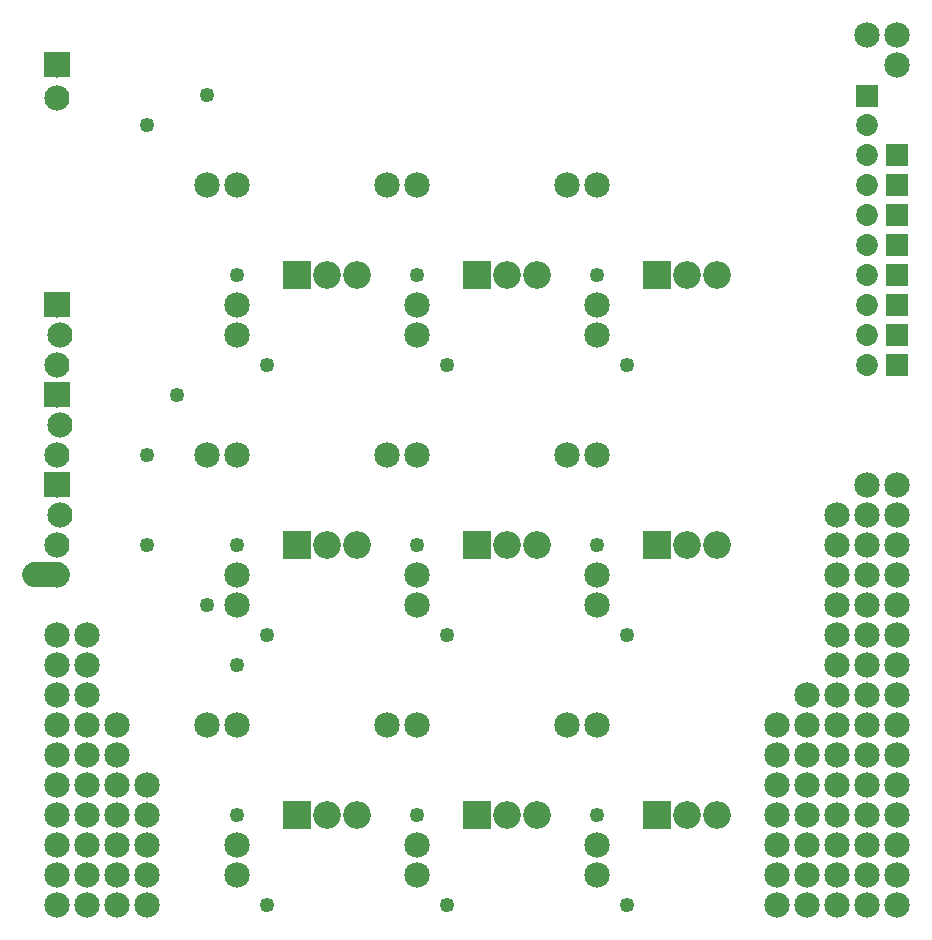
<source format=gbs>
G04 MADE WITH FRITZING*
G04 WWW.FRITZING.ORG*
G04 DOUBLE SIDED*
G04 HOLES PLATED*
G04 CONTOUR ON CENTER OF CONTOUR VECTOR*
%ASAXBY*%
%FSLAX23Y23*%
%MOIN*%
%OFA0B0*%
%SFA1.0B1.0*%
%ADD10C,0.085000*%
%ADD11C,0.072992*%
%ADD12C,0.049370*%
%ADD13C,0.084000*%
%ADD14C,0.092000*%
%ADD15C,0.084803*%
%ADD16R,0.072992X0.072992*%
%ADD17R,0.092000X0.092000*%
%ADD18R,0.001000X0.001000*%
%LNMASK0*%
G90*
G70*
G54D10*
X1298Y752D03*
X1398Y752D03*
X1298Y2552D03*
X1398Y2552D03*
X1298Y1652D03*
X1398Y1652D03*
X1898Y1652D03*
X1998Y1652D03*
X1898Y752D03*
X1998Y752D03*
X1898Y2552D03*
X1998Y2552D03*
X698Y2552D03*
X798Y2552D03*
X698Y752D03*
X798Y752D03*
X698Y1652D03*
X798Y1652D03*
X1998Y2152D03*
X1998Y2052D03*
X1998Y1252D03*
X1998Y1152D03*
X1998Y352D03*
X1998Y252D03*
X798Y2152D03*
X798Y2052D03*
X798Y1252D03*
X798Y1152D03*
X798Y352D03*
X798Y252D03*
X1398Y2152D03*
X1398Y2052D03*
X1398Y1252D03*
X1398Y1152D03*
X1398Y352D03*
X1398Y252D03*
G54D11*
X2996Y2651D03*
X2898Y2651D03*
X2996Y2051D03*
X2898Y2051D03*
X2996Y2351D03*
X2898Y2351D03*
X2898Y2849D03*
X2898Y2751D03*
X2996Y2151D03*
X2898Y2151D03*
X2996Y2451D03*
X2898Y2451D03*
X2996Y2551D03*
X2898Y2551D03*
X2996Y2251D03*
X2898Y2251D03*
X2996Y1951D03*
X2898Y1951D03*
G54D12*
X198Y2152D03*
G54D13*
X198Y2152D03*
X208Y2052D03*
X198Y1952D03*
X198Y2152D03*
X208Y2052D03*
X198Y1952D03*
X198Y2152D03*
X208Y2052D03*
X198Y1952D03*
X198Y1552D03*
X208Y1452D03*
X198Y1352D03*
X198Y1552D03*
X208Y1452D03*
X198Y1352D03*
X198Y1552D03*
X208Y1452D03*
X198Y1352D03*
X198Y1252D03*
X198Y1252D03*
X198Y1252D03*
X198Y1852D03*
X208Y1752D03*
X198Y1652D03*
X198Y1852D03*
X208Y1752D03*
X198Y1652D03*
X198Y1852D03*
X208Y1752D03*
X198Y1652D03*
X198Y2952D03*
X198Y2842D03*
X198Y2952D03*
X198Y2842D03*
X198Y2952D03*
X198Y2842D03*
G54D14*
X998Y2252D03*
X1098Y2252D03*
X1198Y2252D03*
X998Y1352D03*
X1098Y1352D03*
X1198Y1352D03*
X998Y452D03*
X1098Y452D03*
X1198Y452D03*
G54D12*
X798Y2252D03*
X898Y1952D03*
G54D14*
X2198Y2252D03*
X2298Y2252D03*
X2398Y2252D03*
X2198Y452D03*
X2298Y452D03*
X2398Y452D03*
X2198Y1352D03*
X2298Y1352D03*
X2398Y1352D03*
X1598Y2252D03*
X1698Y2252D03*
X1798Y2252D03*
X1598Y1352D03*
X1698Y1352D03*
X1798Y1352D03*
X1598Y452D03*
X1698Y452D03*
X1798Y452D03*
G54D12*
X498Y2752D03*
X698Y2852D03*
X1398Y2252D03*
X1498Y1952D03*
X1998Y2252D03*
X2098Y1952D03*
X798Y1352D03*
X498Y1652D03*
X598Y1852D03*
X1398Y1352D03*
X1998Y1352D03*
X898Y1052D03*
X1498Y1052D03*
X2098Y1052D03*
X698Y1152D03*
X498Y1352D03*
X798Y452D03*
X1398Y452D03*
X1998Y452D03*
X2098Y152D03*
X1498Y152D03*
X898Y152D03*
X798Y952D03*
G54D15*
X2698Y252D03*
X2698Y652D03*
X2598Y252D03*
X2598Y352D03*
X2598Y152D03*
X2698Y152D03*
X2698Y552D03*
X2698Y352D03*
X2698Y752D03*
X2598Y452D03*
X2698Y452D03*
X2698Y852D03*
X2798Y252D03*
X2798Y652D03*
X198Y652D03*
X198Y252D03*
X198Y952D03*
X2798Y1352D03*
X2798Y952D03*
X2798Y152D03*
X198Y552D03*
X198Y152D03*
X198Y852D03*
X2798Y1252D03*
X2798Y552D03*
X2898Y152D03*
X298Y852D03*
X298Y152D03*
X298Y552D03*
X2898Y1252D03*
X2898Y552D03*
X2998Y152D03*
X498Y552D03*
X2598Y552D03*
X498Y152D03*
X398Y152D03*
X398Y552D03*
X2998Y1252D03*
X2998Y552D03*
X2898Y252D03*
X298Y652D03*
X298Y252D03*
X298Y952D03*
X2898Y652D03*
X2898Y1352D03*
X2898Y952D03*
X2998Y252D03*
X398Y652D03*
X498Y252D03*
X398Y252D03*
X2998Y1352D03*
X2998Y952D03*
X2998Y652D03*
X2598Y652D03*
X2798Y352D03*
X198Y752D03*
X198Y352D03*
X198Y1052D03*
X2798Y752D03*
X2798Y1452D03*
X2798Y1052D03*
X2898Y352D03*
X298Y752D03*
X298Y1052D03*
X298Y352D03*
X2898Y1052D03*
X2898Y1452D03*
X2898Y752D03*
X2998Y352D03*
X498Y352D03*
X2598Y752D03*
X398Y352D03*
X398Y752D03*
X2998Y752D03*
X2998Y1052D03*
X2998Y2952D03*
X2998Y1452D03*
X2798Y452D03*
X2798Y1152D03*
X198Y452D03*
X2798Y852D03*
X2898Y452D03*
X298Y452D03*
X2898Y1552D03*
X2898Y3052D03*
X2898Y1152D03*
X2898Y852D03*
X2998Y452D03*
X398Y452D03*
X2998Y3052D03*
X2998Y1152D03*
X498Y452D03*
X2998Y852D03*
X2998Y1552D03*
G54D16*
X2996Y2651D03*
X2996Y2051D03*
X2996Y2351D03*
X2898Y2849D03*
X2996Y2151D03*
X2996Y2451D03*
X2996Y2551D03*
X2996Y2251D03*
X2996Y1951D03*
G54D17*
X998Y2252D03*
X998Y1352D03*
X998Y452D03*
X2198Y2252D03*
X2198Y452D03*
X2198Y1352D03*
X1598Y2252D03*
X1598Y1352D03*
X1598Y452D03*
G54D18*
X156Y2994D02*
X239Y2994D01*
X156Y2993D02*
X239Y2993D01*
X156Y2992D02*
X239Y2992D01*
X156Y2991D02*
X239Y2991D01*
X156Y2990D02*
X239Y2990D01*
X156Y2989D02*
X239Y2989D01*
X156Y2988D02*
X239Y2988D01*
X156Y2987D02*
X239Y2987D01*
X156Y2986D02*
X239Y2986D01*
X156Y2985D02*
X239Y2985D01*
X156Y2984D02*
X239Y2984D01*
X156Y2983D02*
X239Y2983D01*
X156Y2982D02*
X239Y2982D01*
X156Y2981D02*
X239Y2981D01*
X156Y2980D02*
X239Y2980D01*
X156Y2979D02*
X239Y2979D01*
X156Y2978D02*
X239Y2978D01*
X156Y2977D02*
X239Y2977D01*
X156Y2976D02*
X239Y2976D01*
X156Y2975D02*
X239Y2975D01*
X156Y2974D02*
X239Y2974D01*
X156Y2973D02*
X239Y2973D01*
X156Y2972D02*
X239Y2972D01*
X156Y2971D02*
X239Y2971D01*
X156Y2970D02*
X239Y2970D01*
X156Y2969D02*
X239Y2969D01*
X156Y2968D02*
X239Y2968D01*
X156Y2967D02*
X193Y2967D01*
X202Y2967D02*
X239Y2967D01*
X156Y2966D02*
X191Y2966D01*
X205Y2966D02*
X239Y2966D01*
X156Y2965D02*
X189Y2965D01*
X207Y2965D02*
X239Y2965D01*
X156Y2964D02*
X188Y2964D01*
X208Y2964D02*
X239Y2964D01*
X156Y2963D02*
X187Y2963D01*
X209Y2963D02*
X239Y2963D01*
X156Y2962D02*
X186Y2962D01*
X210Y2962D02*
X239Y2962D01*
X156Y2961D02*
X185Y2961D01*
X211Y2961D02*
X239Y2961D01*
X156Y2960D02*
X184Y2960D01*
X211Y2960D02*
X239Y2960D01*
X156Y2959D02*
X184Y2959D01*
X212Y2959D02*
X239Y2959D01*
X156Y2958D02*
X183Y2958D01*
X212Y2958D02*
X239Y2958D01*
X156Y2957D02*
X183Y2957D01*
X213Y2957D02*
X239Y2957D01*
X156Y2956D02*
X183Y2956D01*
X213Y2956D02*
X239Y2956D01*
X156Y2955D02*
X183Y2955D01*
X213Y2955D02*
X239Y2955D01*
X156Y2954D02*
X183Y2954D01*
X213Y2954D02*
X239Y2954D01*
X156Y2953D02*
X182Y2953D01*
X213Y2953D02*
X239Y2953D01*
X156Y2952D02*
X182Y2952D01*
X213Y2952D02*
X239Y2952D01*
X156Y2951D02*
X183Y2951D01*
X213Y2951D02*
X239Y2951D01*
X156Y2950D02*
X183Y2950D01*
X213Y2950D02*
X239Y2950D01*
X156Y2949D02*
X183Y2949D01*
X213Y2949D02*
X239Y2949D01*
X156Y2948D02*
X183Y2948D01*
X213Y2948D02*
X239Y2948D01*
X156Y2947D02*
X183Y2947D01*
X212Y2947D02*
X239Y2947D01*
X156Y2946D02*
X184Y2946D01*
X212Y2946D02*
X239Y2946D01*
X156Y2945D02*
X184Y2945D01*
X211Y2945D02*
X239Y2945D01*
X156Y2944D02*
X185Y2944D01*
X211Y2944D02*
X239Y2944D01*
X156Y2943D02*
X186Y2943D01*
X210Y2943D02*
X239Y2943D01*
X156Y2942D02*
X187Y2942D01*
X209Y2942D02*
X239Y2942D01*
X156Y2941D02*
X188Y2941D01*
X208Y2941D02*
X239Y2941D01*
X156Y2940D02*
X189Y2940D01*
X207Y2940D02*
X239Y2940D01*
X156Y2939D02*
X191Y2939D01*
X205Y2939D02*
X239Y2939D01*
X156Y2938D02*
X194Y2938D01*
X202Y2938D02*
X239Y2938D01*
X156Y2937D02*
X239Y2937D01*
X156Y2936D02*
X239Y2936D01*
X156Y2935D02*
X239Y2935D01*
X156Y2934D02*
X239Y2934D01*
X156Y2933D02*
X239Y2933D01*
X156Y2932D02*
X239Y2932D01*
X156Y2931D02*
X239Y2931D01*
X156Y2930D02*
X239Y2930D01*
X156Y2929D02*
X239Y2929D01*
X156Y2928D02*
X239Y2928D01*
X156Y2927D02*
X239Y2927D01*
X156Y2926D02*
X239Y2926D01*
X156Y2925D02*
X239Y2925D01*
X156Y2924D02*
X239Y2924D01*
X156Y2923D02*
X239Y2923D01*
X156Y2922D02*
X239Y2922D01*
X156Y2921D02*
X239Y2921D01*
X156Y2920D02*
X239Y2920D01*
X156Y2919D02*
X239Y2919D01*
X156Y2918D02*
X239Y2918D01*
X156Y2917D02*
X239Y2917D01*
X156Y2916D02*
X239Y2916D01*
X156Y2915D02*
X239Y2915D01*
X156Y2914D02*
X239Y2914D01*
X156Y2913D02*
X239Y2913D01*
X156Y2912D02*
X239Y2912D01*
X156Y2911D02*
X239Y2911D01*
X156Y2194D02*
X239Y2194D01*
X156Y2193D02*
X239Y2193D01*
X156Y2192D02*
X239Y2192D01*
X156Y2191D02*
X239Y2191D01*
X156Y2190D02*
X239Y2190D01*
X156Y2189D02*
X239Y2189D01*
X156Y2188D02*
X239Y2188D01*
X156Y2187D02*
X239Y2187D01*
X156Y2186D02*
X239Y2186D01*
X156Y2185D02*
X239Y2185D01*
X156Y2184D02*
X239Y2184D01*
X156Y2183D02*
X239Y2183D01*
X156Y2182D02*
X239Y2182D01*
X156Y2181D02*
X239Y2181D01*
X156Y2180D02*
X239Y2180D01*
X156Y2179D02*
X239Y2179D01*
X156Y2178D02*
X239Y2178D01*
X156Y2177D02*
X239Y2177D01*
X156Y2176D02*
X239Y2176D01*
X156Y2175D02*
X239Y2175D01*
X156Y2174D02*
X239Y2174D01*
X156Y2173D02*
X239Y2173D01*
X156Y2172D02*
X239Y2172D01*
X156Y2171D02*
X239Y2171D01*
X156Y2170D02*
X239Y2170D01*
X156Y2169D02*
X239Y2169D01*
X156Y2168D02*
X239Y2168D01*
X156Y2167D02*
X193Y2167D01*
X203Y2167D02*
X239Y2167D01*
X156Y2166D02*
X190Y2166D01*
X205Y2166D02*
X239Y2166D01*
X156Y2165D02*
X189Y2165D01*
X207Y2165D02*
X239Y2165D01*
X156Y2164D02*
X188Y2164D01*
X208Y2164D02*
X239Y2164D01*
X156Y2163D02*
X187Y2163D01*
X209Y2163D02*
X239Y2163D01*
X156Y2162D02*
X186Y2162D01*
X210Y2162D02*
X239Y2162D01*
X156Y2161D02*
X185Y2161D01*
X211Y2161D02*
X239Y2161D01*
X156Y2160D02*
X184Y2160D01*
X212Y2160D02*
X239Y2160D01*
X156Y2159D02*
X184Y2159D01*
X212Y2159D02*
X239Y2159D01*
X156Y2158D02*
X183Y2158D01*
X212Y2158D02*
X239Y2158D01*
X156Y2157D02*
X183Y2157D01*
X213Y2157D02*
X239Y2157D01*
X156Y2156D02*
X183Y2156D01*
X213Y2156D02*
X239Y2156D01*
X156Y2155D02*
X183Y2155D01*
X213Y2155D02*
X239Y2155D01*
X156Y2154D02*
X183Y2154D01*
X213Y2154D02*
X239Y2154D01*
X156Y2153D02*
X182Y2153D01*
X213Y2153D02*
X239Y2153D01*
X156Y2152D02*
X182Y2152D01*
X213Y2152D02*
X239Y2152D01*
X156Y2151D02*
X183Y2151D01*
X213Y2151D02*
X239Y2151D01*
X156Y2150D02*
X183Y2150D01*
X213Y2150D02*
X239Y2150D01*
X156Y2149D02*
X183Y2149D01*
X213Y2149D02*
X239Y2149D01*
X156Y2148D02*
X183Y2148D01*
X213Y2148D02*
X239Y2148D01*
X156Y2147D02*
X183Y2147D01*
X212Y2147D02*
X239Y2147D01*
X156Y2146D02*
X184Y2146D01*
X212Y2146D02*
X239Y2146D01*
X156Y2145D02*
X185Y2145D01*
X211Y2145D02*
X239Y2145D01*
X156Y2144D02*
X185Y2144D01*
X211Y2144D02*
X239Y2144D01*
X156Y2143D02*
X186Y2143D01*
X210Y2143D02*
X239Y2143D01*
X156Y2142D02*
X187Y2142D01*
X209Y2142D02*
X239Y2142D01*
X156Y2141D02*
X188Y2141D01*
X208Y2141D02*
X239Y2141D01*
X156Y2140D02*
X189Y2140D01*
X206Y2140D02*
X239Y2140D01*
X156Y2139D02*
X191Y2139D01*
X205Y2139D02*
X239Y2139D01*
X156Y2138D02*
X194Y2138D01*
X202Y2138D02*
X239Y2138D01*
X156Y2137D02*
X239Y2137D01*
X156Y2136D02*
X239Y2136D01*
X156Y2135D02*
X239Y2135D01*
X156Y2134D02*
X239Y2134D01*
X156Y2133D02*
X239Y2133D01*
X156Y2132D02*
X239Y2132D01*
X156Y2131D02*
X239Y2131D01*
X156Y2130D02*
X239Y2130D01*
X156Y2129D02*
X239Y2129D01*
X156Y2128D02*
X239Y2128D01*
X156Y2127D02*
X239Y2127D01*
X156Y2126D02*
X239Y2126D01*
X156Y2125D02*
X239Y2125D01*
X156Y2124D02*
X239Y2124D01*
X156Y2123D02*
X239Y2123D01*
X156Y2122D02*
X239Y2122D01*
X156Y2121D02*
X239Y2121D01*
X156Y2120D02*
X239Y2120D01*
X156Y2119D02*
X239Y2119D01*
X156Y2118D02*
X239Y2118D01*
X156Y2117D02*
X239Y2117D01*
X156Y2116D02*
X239Y2116D01*
X156Y2115D02*
X239Y2115D01*
X156Y2114D02*
X239Y2114D01*
X156Y2113D02*
X239Y2113D01*
X156Y2112D02*
X239Y2112D01*
X157Y2111D02*
X239Y2111D01*
X156Y1894D02*
X239Y1894D01*
X156Y1893D02*
X239Y1893D01*
X156Y1892D02*
X239Y1892D01*
X156Y1891D02*
X239Y1891D01*
X156Y1890D02*
X239Y1890D01*
X156Y1889D02*
X239Y1889D01*
X156Y1888D02*
X239Y1888D01*
X156Y1887D02*
X239Y1887D01*
X156Y1886D02*
X239Y1886D01*
X156Y1885D02*
X239Y1885D01*
X156Y1884D02*
X239Y1884D01*
X156Y1883D02*
X239Y1883D01*
X156Y1882D02*
X239Y1882D01*
X156Y1881D02*
X239Y1881D01*
X156Y1880D02*
X239Y1880D01*
X156Y1879D02*
X239Y1879D01*
X156Y1878D02*
X239Y1878D01*
X156Y1877D02*
X239Y1877D01*
X156Y1876D02*
X239Y1876D01*
X156Y1875D02*
X239Y1875D01*
X156Y1874D02*
X239Y1874D01*
X156Y1873D02*
X239Y1873D01*
X156Y1872D02*
X239Y1872D01*
X156Y1871D02*
X239Y1871D01*
X156Y1870D02*
X239Y1870D01*
X156Y1869D02*
X239Y1869D01*
X156Y1868D02*
X239Y1868D01*
X156Y1867D02*
X193Y1867D01*
X203Y1867D02*
X239Y1867D01*
X156Y1866D02*
X190Y1866D01*
X205Y1866D02*
X239Y1866D01*
X156Y1865D02*
X189Y1865D01*
X207Y1865D02*
X239Y1865D01*
X156Y1864D02*
X188Y1864D01*
X208Y1864D02*
X239Y1864D01*
X156Y1863D02*
X186Y1863D01*
X209Y1863D02*
X239Y1863D01*
X156Y1862D02*
X186Y1862D01*
X210Y1862D02*
X239Y1862D01*
X156Y1861D02*
X185Y1861D01*
X211Y1861D02*
X239Y1861D01*
X156Y1860D02*
X184Y1860D01*
X212Y1860D02*
X239Y1860D01*
X156Y1859D02*
X184Y1859D01*
X212Y1859D02*
X239Y1859D01*
X156Y1858D02*
X183Y1858D01*
X212Y1858D02*
X239Y1858D01*
X156Y1857D02*
X183Y1857D01*
X213Y1857D02*
X239Y1857D01*
X156Y1856D02*
X183Y1856D01*
X213Y1856D02*
X239Y1856D01*
X156Y1855D02*
X183Y1855D01*
X213Y1855D02*
X239Y1855D01*
X156Y1854D02*
X183Y1854D01*
X213Y1854D02*
X239Y1854D01*
X156Y1853D02*
X182Y1853D01*
X213Y1853D02*
X239Y1853D01*
X156Y1852D02*
X182Y1852D01*
X213Y1852D02*
X239Y1852D01*
X156Y1851D02*
X183Y1851D01*
X213Y1851D02*
X239Y1851D01*
X156Y1850D02*
X183Y1850D01*
X213Y1850D02*
X239Y1850D01*
X156Y1849D02*
X183Y1849D01*
X213Y1849D02*
X239Y1849D01*
X156Y1848D02*
X183Y1848D01*
X213Y1848D02*
X239Y1848D01*
X156Y1847D02*
X183Y1847D01*
X212Y1847D02*
X239Y1847D01*
X156Y1846D02*
X184Y1846D01*
X212Y1846D02*
X239Y1846D01*
X156Y1845D02*
X185Y1845D01*
X211Y1845D02*
X239Y1845D01*
X156Y1844D02*
X185Y1844D01*
X211Y1844D02*
X239Y1844D01*
X156Y1843D02*
X186Y1843D01*
X210Y1843D02*
X239Y1843D01*
X156Y1842D02*
X187Y1842D01*
X209Y1842D02*
X239Y1842D01*
X156Y1841D02*
X188Y1841D01*
X208Y1841D02*
X239Y1841D01*
X156Y1840D02*
X189Y1840D01*
X206Y1840D02*
X239Y1840D01*
X156Y1839D02*
X191Y1839D01*
X205Y1839D02*
X239Y1839D01*
X156Y1838D02*
X195Y1838D01*
X201Y1838D02*
X239Y1838D01*
X156Y1837D02*
X239Y1837D01*
X156Y1836D02*
X239Y1836D01*
X156Y1835D02*
X239Y1835D01*
X156Y1834D02*
X239Y1834D01*
X156Y1833D02*
X239Y1833D01*
X156Y1832D02*
X239Y1832D01*
X156Y1831D02*
X239Y1831D01*
X156Y1830D02*
X239Y1830D01*
X156Y1829D02*
X239Y1829D01*
X156Y1828D02*
X239Y1828D01*
X156Y1827D02*
X239Y1827D01*
X156Y1826D02*
X239Y1826D01*
X156Y1825D02*
X239Y1825D01*
X156Y1824D02*
X239Y1824D01*
X156Y1823D02*
X239Y1823D01*
X156Y1822D02*
X239Y1822D01*
X156Y1821D02*
X239Y1821D01*
X156Y1820D02*
X239Y1820D01*
X156Y1819D02*
X239Y1819D01*
X156Y1818D02*
X239Y1818D01*
X156Y1817D02*
X239Y1817D01*
X156Y1816D02*
X239Y1816D01*
X156Y1815D02*
X239Y1815D01*
X156Y1814D02*
X239Y1814D01*
X156Y1813D02*
X239Y1813D01*
X156Y1812D02*
X239Y1812D01*
X157Y1811D02*
X239Y1811D01*
X156Y1594D02*
X239Y1594D01*
X156Y1593D02*
X239Y1593D01*
X156Y1592D02*
X239Y1592D01*
X156Y1591D02*
X239Y1591D01*
X156Y1590D02*
X239Y1590D01*
X156Y1589D02*
X239Y1589D01*
X156Y1588D02*
X239Y1588D01*
X156Y1587D02*
X239Y1587D01*
X156Y1586D02*
X239Y1586D01*
X156Y1585D02*
X239Y1585D01*
X156Y1584D02*
X239Y1584D01*
X156Y1583D02*
X239Y1583D01*
X156Y1582D02*
X239Y1582D01*
X156Y1581D02*
X239Y1581D01*
X156Y1580D02*
X239Y1580D01*
X156Y1579D02*
X239Y1579D01*
X156Y1578D02*
X239Y1578D01*
X156Y1577D02*
X239Y1577D01*
X156Y1576D02*
X239Y1576D01*
X156Y1575D02*
X239Y1575D01*
X156Y1574D02*
X239Y1574D01*
X156Y1573D02*
X239Y1573D01*
X156Y1572D02*
X239Y1572D01*
X156Y1571D02*
X239Y1571D01*
X156Y1570D02*
X239Y1570D01*
X156Y1569D02*
X239Y1569D01*
X156Y1568D02*
X239Y1568D01*
X156Y1567D02*
X192Y1567D01*
X203Y1567D02*
X239Y1567D01*
X156Y1566D02*
X190Y1566D01*
X206Y1566D02*
X239Y1566D01*
X156Y1565D02*
X189Y1565D01*
X207Y1565D02*
X239Y1565D01*
X156Y1564D02*
X187Y1564D01*
X208Y1564D02*
X239Y1564D01*
X156Y1563D02*
X186Y1563D01*
X209Y1563D02*
X239Y1563D01*
X156Y1562D02*
X186Y1562D01*
X210Y1562D02*
X239Y1562D01*
X156Y1561D02*
X185Y1561D01*
X211Y1561D02*
X239Y1561D01*
X156Y1560D02*
X184Y1560D01*
X212Y1560D02*
X239Y1560D01*
X156Y1559D02*
X184Y1559D01*
X212Y1559D02*
X239Y1559D01*
X156Y1558D02*
X183Y1558D01*
X213Y1558D02*
X239Y1558D01*
X156Y1557D02*
X183Y1557D01*
X213Y1557D02*
X239Y1557D01*
X156Y1556D02*
X183Y1556D01*
X213Y1556D02*
X239Y1556D01*
X156Y1555D02*
X183Y1555D01*
X213Y1555D02*
X239Y1555D01*
X156Y1554D02*
X183Y1554D01*
X213Y1554D02*
X239Y1554D01*
X156Y1553D02*
X182Y1553D01*
X213Y1553D02*
X239Y1553D01*
X156Y1552D02*
X182Y1552D01*
X213Y1552D02*
X239Y1552D01*
X156Y1551D02*
X183Y1551D01*
X213Y1551D02*
X239Y1551D01*
X156Y1550D02*
X183Y1550D01*
X213Y1550D02*
X239Y1550D01*
X156Y1549D02*
X183Y1549D01*
X213Y1549D02*
X239Y1549D01*
X156Y1548D02*
X183Y1548D01*
X213Y1548D02*
X239Y1548D01*
X156Y1547D02*
X183Y1547D01*
X212Y1547D02*
X239Y1547D01*
X156Y1546D02*
X184Y1546D01*
X212Y1546D02*
X239Y1546D01*
X156Y1545D02*
X185Y1545D01*
X211Y1545D02*
X239Y1545D01*
X156Y1544D02*
X185Y1544D01*
X211Y1544D02*
X239Y1544D01*
X156Y1543D02*
X186Y1543D01*
X210Y1543D02*
X239Y1543D01*
X156Y1542D02*
X187Y1542D01*
X209Y1542D02*
X239Y1542D01*
X156Y1541D02*
X188Y1541D01*
X208Y1541D02*
X239Y1541D01*
X156Y1540D02*
X190Y1540D01*
X206Y1540D02*
X239Y1540D01*
X156Y1539D02*
X191Y1539D01*
X204Y1539D02*
X239Y1539D01*
X156Y1538D02*
X195Y1538D01*
X201Y1538D02*
X239Y1538D01*
X156Y1537D02*
X239Y1537D01*
X156Y1536D02*
X239Y1536D01*
X156Y1535D02*
X239Y1535D01*
X156Y1534D02*
X239Y1534D01*
X156Y1533D02*
X239Y1533D01*
X156Y1532D02*
X239Y1532D01*
X156Y1531D02*
X239Y1531D01*
X156Y1530D02*
X239Y1530D01*
X156Y1529D02*
X239Y1529D01*
X156Y1528D02*
X239Y1528D01*
X156Y1527D02*
X239Y1527D01*
X156Y1526D02*
X239Y1526D01*
X156Y1525D02*
X239Y1525D01*
X156Y1524D02*
X239Y1524D01*
X156Y1523D02*
X239Y1523D01*
X156Y1522D02*
X239Y1522D01*
X156Y1521D02*
X239Y1521D01*
X156Y1520D02*
X239Y1520D01*
X156Y1519D02*
X239Y1519D01*
X156Y1518D02*
X239Y1518D01*
X156Y1517D02*
X239Y1517D01*
X156Y1516D02*
X239Y1516D01*
X156Y1515D02*
X239Y1515D01*
X156Y1514D02*
X239Y1514D01*
X156Y1513D02*
X239Y1513D01*
X156Y1512D02*
X239Y1512D01*
X157Y1511D02*
X239Y1511D01*
X116Y1294D02*
X206Y1294D01*
X112Y1293D02*
X209Y1293D01*
X110Y1292D02*
X212Y1292D01*
X107Y1291D02*
X215Y1291D01*
X105Y1290D02*
X217Y1290D01*
X103Y1289D02*
X219Y1289D01*
X102Y1288D02*
X220Y1288D01*
X100Y1287D02*
X222Y1287D01*
X99Y1286D02*
X223Y1286D01*
X97Y1285D02*
X224Y1285D01*
X96Y1284D02*
X226Y1284D01*
X95Y1283D02*
X227Y1283D01*
X94Y1282D02*
X228Y1282D01*
X93Y1281D02*
X228Y1281D01*
X92Y1280D02*
X229Y1280D01*
X92Y1279D02*
X230Y1279D01*
X91Y1278D02*
X231Y1278D01*
X90Y1277D02*
X232Y1277D01*
X89Y1276D02*
X232Y1276D01*
X89Y1275D02*
X233Y1275D01*
X88Y1274D02*
X234Y1274D01*
X88Y1273D02*
X234Y1273D01*
X87Y1272D02*
X235Y1272D01*
X87Y1271D02*
X235Y1271D01*
X86Y1270D02*
X236Y1270D01*
X86Y1269D02*
X192Y1269D01*
X204Y1269D02*
X236Y1269D01*
X85Y1268D02*
X190Y1268D01*
X206Y1268D02*
X236Y1268D01*
X85Y1267D02*
X188Y1267D01*
X208Y1267D02*
X237Y1267D01*
X85Y1266D02*
X187Y1266D01*
X209Y1266D02*
X237Y1266D01*
X84Y1265D02*
X186Y1265D01*
X210Y1265D02*
X238Y1265D01*
X84Y1264D02*
X185Y1264D01*
X211Y1264D02*
X238Y1264D01*
X84Y1263D02*
X184Y1263D01*
X212Y1263D02*
X238Y1263D01*
X84Y1262D02*
X183Y1262D01*
X213Y1262D02*
X238Y1262D01*
X83Y1261D02*
X182Y1261D01*
X213Y1261D02*
X239Y1261D01*
X83Y1260D02*
X182Y1260D01*
X214Y1260D02*
X239Y1260D01*
X83Y1259D02*
X181Y1259D01*
X214Y1259D02*
X239Y1259D01*
X83Y1258D02*
X181Y1258D01*
X215Y1258D02*
X239Y1258D01*
X83Y1257D02*
X181Y1257D01*
X215Y1257D02*
X239Y1257D01*
X83Y1256D02*
X181Y1256D01*
X215Y1256D02*
X239Y1256D01*
X83Y1255D02*
X181Y1255D01*
X215Y1255D02*
X239Y1255D01*
X82Y1254D02*
X181Y1254D01*
X215Y1254D02*
X239Y1254D01*
X82Y1253D02*
X180Y1253D01*
X215Y1253D02*
X239Y1253D01*
X82Y1252D02*
X180Y1252D01*
X215Y1252D02*
X239Y1252D01*
X83Y1251D02*
X181Y1251D01*
X215Y1251D02*
X239Y1251D01*
X83Y1250D02*
X181Y1250D01*
X215Y1250D02*
X239Y1250D01*
X83Y1249D02*
X181Y1249D01*
X215Y1249D02*
X239Y1249D01*
X83Y1248D02*
X181Y1248D01*
X215Y1248D02*
X239Y1248D01*
X83Y1247D02*
X181Y1247D01*
X214Y1247D02*
X239Y1247D01*
X83Y1246D02*
X182Y1246D01*
X214Y1246D02*
X239Y1246D01*
X83Y1245D02*
X182Y1245D01*
X213Y1245D02*
X239Y1245D01*
X83Y1244D02*
X183Y1244D01*
X213Y1244D02*
X238Y1244D01*
X84Y1243D02*
X184Y1243D01*
X212Y1243D02*
X238Y1243D01*
X84Y1242D02*
X184Y1242D01*
X211Y1242D02*
X238Y1242D01*
X84Y1241D02*
X185Y1241D01*
X211Y1241D02*
X238Y1241D01*
X85Y1240D02*
X186Y1240D01*
X209Y1240D02*
X237Y1240D01*
X85Y1239D02*
X188Y1239D01*
X208Y1239D02*
X237Y1239D01*
X85Y1238D02*
X189Y1238D01*
X207Y1238D02*
X237Y1238D01*
X86Y1237D02*
X191Y1237D01*
X205Y1237D02*
X236Y1237D01*
X86Y1236D02*
X196Y1236D01*
X200Y1236D02*
X236Y1236D01*
X87Y1235D02*
X235Y1235D01*
X87Y1234D02*
X235Y1234D01*
X88Y1233D02*
X234Y1233D01*
X88Y1232D02*
X234Y1232D01*
X89Y1231D02*
X233Y1231D01*
X89Y1230D02*
X233Y1230D01*
X90Y1229D02*
X232Y1229D01*
X91Y1228D02*
X231Y1228D01*
X91Y1227D02*
X230Y1227D01*
X92Y1226D02*
X230Y1226D01*
X93Y1225D02*
X229Y1225D01*
X94Y1224D02*
X228Y1224D01*
X95Y1223D02*
X227Y1223D01*
X96Y1222D02*
X226Y1222D01*
X97Y1221D02*
X225Y1221D01*
X98Y1220D02*
X223Y1220D01*
X100Y1219D02*
X222Y1219D01*
X101Y1218D02*
X221Y1218D01*
X103Y1217D02*
X219Y1217D01*
X105Y1216D02*
X217Y1216D01*
X107Y1215D02*
X215Y1215D01*
X109Y1214D02*
X213Y1214D01*
X112Y1213D02*
X210Y1213D01*
X115Y1212D02*
X207Y1212D01*
X122Y1211D02*
X200Y1211D01*
D02*
G04 End of Mask0*
M02*
</source>
